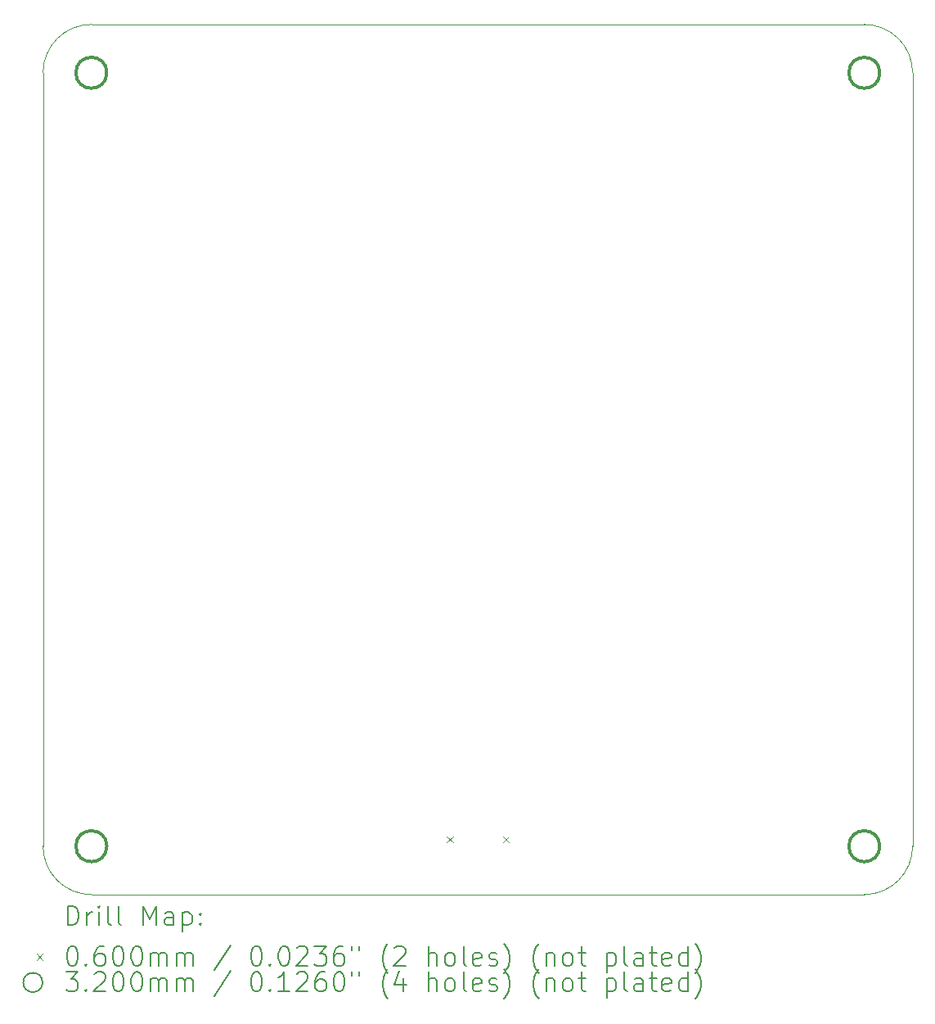
<source format=gbr>
%TF.GenerationSoftware,KiCad,Pcbnew,7.0.9*%
%TF.CreationDate,2023-11-22T04:13:12+01:00*%
%TF.ProjectId,Co2-Sensor,436f322d-5365-46e7-936f-722e6b696361,rev?*%
%TF.SameCoordinates,Original*%
%TF.FileFunction,Drillmap*%
%TF.FilePolarity,Positive*%
%FSLAX45Y45*%
G04 Gerber Fmt 4.5, Leading zero omitted, Abs format (unit mm)*
G04 Created by KiCad (PCBNEW 7.0.9) date 2023-11-22 04:13:12*
%MOMM*%
%LPD*%
G01*
G04 APERTURE LIST*
%ADD10C,0.100000*%
%ADD11C,0.200000*%
%ADD12C,0.320000*%
G04 APERTURE END LIST*
D10*
X15900000Y-4500000D02*
G75*
G03*
X15400000Y-4000000I-500000J0D01*
G01*
X6900000Y-12500000D02*
X6900000Y-4500000D01*
X7400000Y-4000000D02*
G75*
G03*
X6900000Y-4500000I0J-500000D01*
G01*
X15900000Y-4500000D02*
X15900000Y-12500000D01*
X15400000Y-13000000D02*
G75*
G03*
X15900000Y-12500000I0J500000D01*
G01*
X7400000Y-4000000D02*
X15400000Y-4000000D01*
X6900000Y-12500000D02*
G75*
G03*
X7400000Y-13000000I500000J0D01*
G01*
X15400000Y-13000000D02*
X7400000Y-13000000D01*
D11*
D10*
X11081000Y-12400000D02*
X11141000Y-12460000D01*
X11141000Y-12400000D02*
X11081000Y-12460000D01*
X11659000Y-12400000D02*
X11719000Y-12460000D01*
X11719000Y-12400000D02*
X11659000Y-12460000D01*
D12*
X7560000Y-4500000D02*
G75*
G03*
X7560000Y-4500000I-160000J0D01*
G01*
X7560000Y-12500000D02*
G75*
G03*
X7560000Y-12500000I-160000J0D01*
G01*
X15560000Y-4500000D02*
G75*
G03*
X15560000Y-4500000I-160000J0D01*
G01*
X15560000Y-12500000D02*
G75*
G03*
X15560000Y-12500000I-160000J0D01*
G01*
D11*
X7155777Y-13316484D02*
X7155777Y-13116484D01*
X7155777Y-13116484D02*
X7203396Y-13116484D01*
X7203396Y-13116484D02*
X7231967Y-13126008D01*
X7231967Y-13126008D02*
X7251015Y-13145055D01*
X7251015Y-13145055D02*
X7260539Y-13164103D01*
X7260539Y-13164103D02*
X7270062Y-13202198D01*
X7270062Y-13202198D02*
X7270062Y-13230769D01*
X7270062Y-13230769D02*
X7260539Y-13268865D01*
X7260539Y-13268865D02*
X7251015Y-13287912D01*
X7251015Y-13287912D02*
X7231967Y-13306960D01*
X7231967Y-13306960D02*
X7203396Y-13316484D01*
X7203396Y-13316484D02*
X7155777Y-13316484D01*
X7355777Y-13316484D02*
X7355777Y-13183150D01*
X7355777Y-13221246D02*
X7365301Y-13202198D01*
X7365301Y-13202198D02*
X7374824Y-13192674D01*
X7374824Y-13192674D02*
X7393872Y-13183150D01*
X7393872Y-13183150D02*
X7412920Y-13183150D01*
X7479586Y-13316484D02*
X7479586Y-13183150D01*
X7479586Y-13116484D02*
X7470062Y-13126008D01*
X7470062Y-13126008D02*
X7479586Y-13135531D01*
X7479586Y-13135531D02*
X7489110Y-13126008D01*
X7489110Y-13126008D02*
X7479586Y-13116484D01*
X7479586Y-13116484D02*
X7479586Y-13135531D01*
X7603396Y-13316484D02*
X7584348Y-13306960D01*
X7584348Y-13306960D02*
X7574824Y-13287912D01*
X7574824Y-13287912D02*
X7574824Y-13116484D01*
X7708158Y-13316484D02*
X7689110Y-13306960D01*
X7689110Y-13306960D02*
X7679586Y-13287912D01*
X7679586Y-13287912D02*
X7679586Y-13116484D01*
X7936729Y-13316484D02*
X7936729Y-13116484D01*
X7936729Y-13116484D02*
X8003396Y-13259341D01*
X8003396Y-13259341D02*
X8070062Y-13116484D01*
X8070062Y-13116484D02*
X8070062Y-13316484D01*
X8251015Y-13316484D02*
X8251015Y-13211722D01*
X8251015Y-13211722D02*
X8241491Y-13192674D01*
X8241491Y-13192674D02*
X8222443Y-13183150D01*
X8222443Y-13183150D02*
X8184348Y-13183150D01*
X8184348Y-13183150D02*
X8165301Y-13192674D01*
X8251015Y-13306960D02*
X8231967Y-13316484D01*
X8231967Y-13316484D02*
X8184348Y-13316484D01*
X8184348Y-13316484D02*
X8165301Y-13306960D01*
X8165301Y-13306960D02*
X8155777Y-13287912D01*
X8155777Y-13287912D02*
X8155777Y-13268865D01*
X8155777Y-13268865D02*
X8165301Y-13249817D01*
X8165301Y-13249817D02*
X8184348Y-13240293D01*
X8184348Y-13240293D02*
X8231967Y-13240293D01*
X8231967Y-13240293D02*
X8251015Y-13230769D01*
X8346253Y-13183150D02*
X8346253Y-13383150D01*
X8346253Y-13192674D02*
X8365301Y-13183150D01*
X8365301Y-13183150D02*
X8403396Y-13183150D01*
X8403396Y-13183150D02*
X8422444Y-13192674D01*
X8422444Y-13192674D02*
X8431967Y-13202198D01*
X8431967Y-13202198D02*
X8441491Y-13221246D01*
X8441491Y-13221246D02*
X8441491Y-13278388D01*
X8441491Y-13278388D02*
X8431967Y-13297436D01*
X8431967Y-13297436D02*
X8422444Y-13306960D01*
X8422444Y-13306960D02*
X8403396Y-13316484D01*
X8403396Y-13316484D02*
X8365301Y-13316484D01*
X8365301Y-13316484D02*
X8346253Y-13306960D01*
X8527205Y-13297436D02*
X8536729Y-13306960D01*
X8536729Y-13306960D02*
X8527205Y-13316484D01*
X8527205Y-13316484D02*
X8517682Y-13306960D01*
X8517682Y-13306960D02*
X8527205Y-13297436D01*
X8527205Y-13297436D02*
X8527205Y-13316484D01*
X8527205Y-13192674D02*
X8536729Y-13202198D01*
X8536729Y-13202198D02*
X8527205Y-13211722D01*
X8527205Y-13211722D02*
X8517682Y-13202198D01*
X8517682Y-13202198D02*
X8527205Y-13192674D01*
X8527205Y-13192674D02*
X8527205Y-13211722D01*
D10*
X6835000Y-13615000D02*
X6895000Y-13675000D01*
X6895000Y-13615000D02*
X6835000Y-13675000D01*
D11*
X7193872Y-13536484D02*
X7212920Y-13536484D01*
X7212920Y-13536484D02*
X7231967Y-13546008D01*
X7231967Y-13546008D02*
X7241491Y-13555531D01*
X7241491Y-13555531D02*
X7251015Y-13574579D01*
X7251015Y-13574579D02*
X7260539Y-13612674D01*
X7260539Y-13612674D02*
X7260539Y-13660293D01*
X7260539Y-13660293D02*
X7251015Y-13698388D01*
X7251015Y-13698388D02*
X7241491Y-13717436D01*
X7241491Y-13717436D02*
X7231967Y-13726960D01*
X7231967Y-13726960D02*
X7212920Y-13736484D01*
X7212920Y-13736484D02*
X7193872Y-13736484D01*
X7193872Y-13736484D02*
X7174824Y-13726960D01*
X7174824Y-13726960D02*
X7165301Y-13717436D01*
X7165301Y-13717436D02*
X7155777Y-13698388D01*
X7155777Y-13698388D02*
X7146253Y-13660293D01*
X7146253Y-13660293D02*
X7146253Y-13612674D01*
X7146253Y-13612674D02*
X7155777Y-13574579D01*
X7155777Y-13574579D02*
X7165301Y-13555531D01*
X7165301Y-13555531D02*
X7174824Y-13546008D01*
X7174824Y-13546008D02*
X7193872Y-13536484D01*
X7346253Y-13717436D02*
X7355777Y-13726960D01*
X7355777Y-13726960D02*
X7346253Y-13736484D01*
X7346253Y-13736484D02*
X7336729Y-13726960D01*
X7336729Y-13726960D02*
X7346253Y-13717436D01*
X7346253Y-13717436D02*
X7346253Y-13736484D01*
X7527205Y-13536484D02*
X7489110Y-13536484D01*
X7489110Y-13536484D02*
X7470062Y-13546008D01*
X7470062Y-13546008D02*
X7460539Y-13555531D01*
X7460539Y-13555531D02*
X7441491Y-13584103D01*
X7441491Y-13584103D02*
X7431967Y-13622198D01*
X7431967Y-13622198D02*
X7431967Y-13698388D01*
X7431967Y-13698388D02*
X7441491Y-13717436D01*
X7441491Y-13717436D02*
X7451015Y-13726960D01*
X7451015Y-13726960D02*
X7470062Y-13736484D01*
X7470062Y-13736484D02*
X7508158Y-13736484D01*
X7508158Y-13736484D02*
X7527205Y-13726960D01*
X7527205Y-13726960D02*
X7536729Y-13717436D01*
X7536729Y-13717436D02*
X7546253Y-13698388D01*
X7546253Y-13698388D02*
X7546253Y-13650769D01*
X7546253Y-13650769D02*
X7536729Y-13631722D01*
X7536729Y-13631722D02*
X7527205Y-13622198D01*
X7527205Y-13622198D02*
X7508158Y-13612674D01*
X7508158Y-13612674D02*
X7470062Y-13612674D01*
X7470062Y-13612674D02*
X7451015Y-13622198D01*
X7451015Y-13622198D02*
X7441491Y-13631722D01*
X7441491Y-13631722D02*
X7431967Y-13650769D01*
X7670062Y-13536484D02*
X7689110Y-13536484D01*
X7689110Y-13536484D02*
X7708158Y-13546008D01*
X7708158Y-13546008D02*
X7717682Y-13555531D01*
X7717682Y-13555531D02*
X7727205Y-13574579D01*
X7727205Y-13574579D02*
X7736729Y-13612674D01*
X7736729Y-13612674D02*
X7736729Y-13660293D01*
X7736729Y-13660293D02*
X7727205Y-13698388D01*
X7727205Y-13698388D02*
X7717682Y-13717436D01*
X7717682Y-13717436D02*
X7708158Y-13726960D01*
X7708158Y-13726960D02*
X7689110Y-13736484D01*
X7689110Y-13736484D02*
X7670062Y-13736484D01*
X7670062Y-13736484D02*
X7651015Y-13726960D01*
X7651015Y-13726960D02*
X7641491Y-13717436D01*
X7641491Y-13717436D02*
X7631967Y-13698388D01*
X7631967Y-13698388D02*
X7622443Y-13660293D01*
X7622443Y-13660293D02*
X7622443Y-13612674D01*
X7622443Y-13612674D02*
X7631967Y-13574579D01*
X7631967Y-13574579D02*
X7641491Y-13555531D01*
X7641491Y-13555531D02*
X7651015Y-13546008D01*
X7651015Y-13546008D02*
X7670062Y-13536484D01*
X7860539Y-13536484D02*
X7879586Y-13536484D01*
X7879586Y-13536484D02*
X7898634Y-13546008D01*
X7898634Y-13546008D02*
X7908158Y-13555531D01*
X7908158Y-13555531D02*
X7917682Y-13574579D01*
X7917682Y-13574579D02*
X7927205Y-13612674D01*
X7927205Y-13612674D02*
X7927205Y-13660293D01*
X7927205Y-13660293D02*
X7917682Y-13698388D01*
X7917682Y-13698388D02*
X7908158Y-13717436D01*
X7908158Y-13717436D02*
X7898634Y-13726960D01*
X7898634Y-13726960D02*
X7879586Y-13736484D01*
X7879586Y-13736484D02*
X7860539Y-13736484D01*
X7860539Y-13736484D02*
X7841491Y-13726960D01*
X7841491Y-13726960D02*
X7831967Y-13717436D01*
X7831967Y-13717436D02*
X7822443Y-13698388D01*
X7822443Y-13698388D02*
X7812920Y-13660293D01*
X7812920Y-13660293D02*
X7812920Y-13612674D01*
X7812920Y-13612674D02*
X7822443Y-13574579D01*
X7822443Y-13574579D02*
X7831967Y-13555531D01*
X7831967Y-13555531D02*
X7841491Y-13546008D01*
X7841491Y-13546008D02*
X7860539Y-13536484D01*
X8012920Y-13736484D02*
X8012920Y-13603150D01*
X8012920Y-13622198D02*
X8022443Y-13612674D01*
X8022443Y-13612674D02*
X8041491Y-13603150D01*
X8041491Y-13603150D02*
X8070063Y-13603150D01*
X8070063Y-13603150D02*
X8089110Y-13612674D01*
X8089110Y-13612674D02*
X8098634Y-13631722D01*
X8098634Y-13631722D02*
X8098634Y-13736484D01*
X8098634Y-13631722D02*
X8108158Y-13612674D01*
X8108158Y-13612674D02*
X8127205Y-13603150D01*
X8127205Y-13603150D02*
X8155777Y-13603150D01*
X8155777Y-13603150D02*
X8174824Y-13612674D01*
X8174824Y-13612674D02*
X8184348Y-13631722D01*
X8184348Y-13631722D02*
X8184348Y-13736484D01*
X8279586Y-13736484D02*
X8279586Y-13603150D01*
X8279586Y-13622198D02*
X8289110Y-13612674D01*
X8289110Y-13612674D02*
X8308158Y-13603150D01*
X8308158Y-13603150D02*
X8336729Y-13603150D01*
X8336729Y-13603150D02*
X8355777Y-13612674D01*
X8355777Y-13612674D02*
X8365301Y-13631722D01*
X8365301Y-13631722D02*
X8365301Y-13736484D01*
X8365301Y-13631722D02*
X8374824Y-13612674D01*
X8374824Y-13612674D02*
X8393872Y-13603150D01*
X8393872Y-13603150D02*
X8422444Y-13603150D01*
X8422444Y-13603150D02*
X8441491Y-13612674D01*
X8441491Y-13612674D02*
X8451015Y-13631722D01*
X8451015Y-13631722D02*
X8451015Y-13736484D01*
X8841491Y-13526960D02*
X8670063Y-13784103D01*
X9098634Y-13536484D02*
X9117682Y-13536484D01*
X9117682Y-13536484D02*
X9136729Y-13546008D01*
X9136729Y-13546008D02*
X9146253Y-13555531D01*
X9146253Y-13555531D02*
X9155777Y-13574579D01*
X9155777Y-13574579D02*
X9165301Y-13612674D01*
X9165301Y-13612674D02*
X9165301Y-13660293D01*
X9165301Y-13660293D02*
X9155777Y-13698388D01*
X9155777Y-13698388D02*
X9146253Y-13717436D01*
X9146253Y-13717436D02*
X9136729Y-13726960D01*
X9136729Y-13726960D02*
X9117682Y-13736484D01*
X9117682Y-13736484D02*
X9098634Y-13736484D01*
X9098634Y-13736484D02*
X9079587Y-13726960D01*
X9079587Y-13726960D02*
X9070063Y-13717436D01*
X9070063Y-13717436D02*
X9060539Y-13698388D01*
X9060539Y-13698388D02*
X9051015Y-13660293D01*
X9051015Y-13660293D02*
X9051015Y-13612674D01*
X9051015Y-13612674D02*
X9060539Y-13574579D01*
X9060539Y-13574579D02*
X9070063Y-13555531D01*
X9070063Y-13555531D02*
X9079587Y-13546008D01*
X9079587Y-13546008D02*
X9098634Y-13536484D01*
X9251015Y-13717436D02*
X9260539Y-13726960D01*
X9260539Y-13726960D02*
X9251015Y-13736484D01*
X9251015Y-13736484D02*
X9241491Y-13726960D01*
X9241491Y-13726960D02*
X9251015Y-13717436D01*
X9251015Y-13717436D02*
X9251015Y-13736484D01*
X9384348Y-13536484D02*
X9403396Y-13536484D01*
X9403396Y-13536484D02*
X9422444Y-13546008D01*
X9422444Y-13546008D02*
X9431968Y-13555531D01*
X9431968Y-13555531D02*
X9441491Y-13574579D01*
X9441491Y-13574579D02*
X9451015Y-13612674D01*
X9451015Y-13612674D02*
X9451015Y-13660293D01*
X9451015Y-13660293D02*
X9441491Y-13698388D01*
X9441491Y-13698388D02*
X9431968Y-13717436D01*
X9431968Y-13717436D02*
X9422444Y-13726960D01*
X9422444Y-13726960D02*
X9403396Y-13736484D01*
X9403396Y-13736484D02*
X9384348Y-13736484D01*
X9384348Y-13736484D02*
X9365301Y-13726960D01*
X9365301Y-13726960D02*
X9355777Y-13717436D01*
X9355777Y-13717436D02*
X9346253Y-13698388D01*
X9346253Y-13698388D02*
X9336729Y-13660293D01*
X9336729Y-13660293D02*
X9336729Y-13612674D01*
X9336729Y-13612674D02*
X9346253Y-13574579D01*
X9346253Y-13574579D02*
X9355777Y-13555531D01*
X9355777Y-13555531D02*
X9365301Y-13546008D01*
X9365301Y-13546008D02*
X9384348Y-13536484D01*
X9527206Y-13555531D02*
X9536729Y-13546008D01*
X9536729Y-13546008D02*
X9555777Y-13536484D01*
X9555777Y-13536484D02*
X9603396Y-13536484D01*
X9603396Y-13536484D02*
X9622444Y-13546008D01*
X9622444Y-13546008D02*
X9631968Y-13555531D01*
X9631968Y-13555531D02*
X9641491Y-13574579D01*
X9641491Y-13574579D02*
X9641491Y-13593627D01*
X9641491Y-13593627D02*
X9631968Y-13622198D01*
X9631968Y-13622198D02*
X9517682Y-13736484D01*
X9517682Y-13736484D02*
X9641491Y-13736484D01*
X9708158Y-13536484D02*
X9831968Y-13536484D01*
X9831968Y-13536484D02*
X9765301Y-13612674D01*
X9765301Y-13612674D02*
X9793872Y-13612674D01*
X9793872Y-13612674D02*
X9812920Y-13622198D01*
X9812920Y-13622198D02*
X9822444Y-13631722D01*
X9822444Y-13631722D02*
X9831968Y-13650769D01*
X9831968Y-13650769D02*
X9831968Y-13698388D01*
X9831968Y-13698388D02*
X9822444Y-13717436D01*
X9822444Y-13717436D02*
X9812920Y-13726960D01*
X9812920Y-13726960D02*
X9793872Y-13736484D01*
X9793872Y-13736484D02*
X9736729Y-13736484D01*
X9736729Y-13736484D02*
X9717682Y-13726960D01*
X9717682Y-13726960D02*
X9708158Y-13717436D01*
X10003396Y-13536484D02*
X9965301Y-13536484D01*
X9965301Y-13536484D02*
X9946253Y-13546008D01*
X9946253Y-13546008D02*
X9936729Y-13555531D01*
X9936729Y-13555531D02*
X9917682Y-13584103D01*
X9917682Y-13584103D02*
X9908158Y-13622198D01*
X9908158Y-13622198D02*
X9908158Y-13698388D01*
X9908158Y-13698388D02*
X9917682Y-13717436D01*
X9917682Y-13717436D02*
X9927206Y-13726960D01*
X9927206Y-13726960D02*
X9946253Y-13736484D01*
X9946253Y-13736484D02*
X9984349Y-13736484D01*
X9984349Y-13736484D02*
X10003396Y-13726960D01*
X10003396Y-13726960D02*
X10012920Y-13717436D01*
X10012920Y-13717436D02*
X10022444Y-13698388D01*
X10022444Y-13698388D02*
X10022444Y-13650769D01*
X10022444Y-13650769D02*
X10012920Y-13631722D01*
X10012920Y-13631722D02*
X10003396Y-13622198D01*
X10003396Y-13622198D02*
X9984349Y-13612674D01*
X9984349Y-13612674D02*
X9946253Y-13612674D01*
X9946253Y-13612674D02*
X9927206Y-13622198D01*
X9927206Y-13622198D02*
X9917682Y-13631722D01*
X9917682Y-13631722D02*
X9908158Y-13650769D01*
X10098634Y-13536484D02*
X10098634Y-13574579D01*
X10174825Y-13536484D02*
X10174825Y-13574579D01*
X10470063Y-13812674D02*
X10460539Y-13803150D01*
X10460539Y-13803150D02*
X10441491Y-13774579D01*
X10441491Y-13774579D02*
X10431968Y-13755531D01*
X10431968Y-13755531D02*
X10422444Y-13726960D01*
X10422444Y-13726960D02*
X10412920Y-13679341D01*
X10412920Y-13679341D02*
X10412920Y-13641246D01*
X10412920Y-13641246D02*
X10422444Y-13593627D01*
X10422444Y-13593627D02*
X10431968Y-13565055D01*
X10431968Y-13565055D02*
X10441491Y-13546008D01*
X10441491Y-13546008D02*
X10460539Y-13517436D01*
X10460539Y-13517436D02*
X10470063Y-13507912D01*
X10536730Y-13555531D02*
X10546253Y-13546008D01*
X10546253Y-13546008D02*
X10565301Y-13536484D01*
X10565301Y-13536484D02*
X10612920Y-13536484D01*
X10612920Y-13536484D02*
X10631968Y-13546008D01*
X10631968Y-13546008D02*
X10641491Y-13555531D01*
X10641491Y-13555531D02*
X10651015Y-13574579D01*
X10651015Y-13574579D02*
X10651015Y-13593627D01*
X10651015Y-13593627D02*
X10641491Y-13622198D01*
X10641491Y-13622198D02*
X10527206Y-13736484D01*
X10527206Y-13736484D02*
X10651015Y-13736484D01*
X10889111Y-13736484D02*
X10889111Y-13536484D01*
X10974825Y-13736484D02*
X10974825Y-13631722D01*
X10974825Y-13631722D02*
X10965301Y-13612674D01*
X10965301Y-13612674D02*
X10946253Y-13603150D01*
X10946253Y-13603150D02*
X10917682Y-13603150D01*
X10917682Y-13603150D02*
X10898634Y-13612674D01*
X10898634Y-13612674D02*
X10889111Y-13622198D01*
X11098634Y-13736484D02*
X11079587Y-13726960D01*
X11079587Y-13726960D02*
X11070063Y-13717436D01*
X11070063Y-13717436D02*
X11060539Y-13698388D01*
X11060539Y-13698388D02*
X11060539Y-13641246D01*
X11060539Y-13641246D02*
X11070063Y-13622198D01*
X11070063Y-13622198D02*
X11079587Y-13612674D01*
X11079587Y-13612674D02*
X11098634Y-13603150D01*
X11098634Y-13603150D02*
X11127206Y-13603150D01*
X11127206Y-13603150D02*
X11146253Y-13612674D01*
X11146253Y-13612674D02*
X11155777Y-13622198D01*
X11155777Y-13622198D02*
X11165301Y-13641246D01*
X11165301Y-13641246D02*
X11165301Y-13698388D01*
X11165301Y-13698388D02*
X11155777Y-13717436D01*
X11155777Y-13717436D02*
X11146253Y-13726960D01*
X11146253Y-13726960D02*
X11127206Y-13736484D01*
X11127206Y-13736484D02*
X11098634Y-13736484D01*
X11279587Y-13736484D02*
X11260539Y-13726960D01*
X11260539Y-13726960D02*
X11251015Y-13707912D01*
X11251015Y-13707912D02*
X11251015Y-13536484D01*
X11431968Y-13726960D02*
X11412920Y-13736484D01*
X11412920Y-13736484D02*
X11374825Y-13736484D01*
X11374825Y-13736484D02*
X11355777Y-13726960D01*
X11355777Y-13726960D02*
X11346253Y-13707912D01*
X11346253Y-13707912D02*
X11346253Y-13631722D01*
X11346253Y-13631722D02*
X11355777Y-13612674D01*
X11355777Y-13612674D02*
X11374825Y-13603150D01*
X11374825Y-13603150D02*
X11412920Y-13603150D01*
X11412920Y-13603150D02*
X11431968Y-13612674D01*
X11431968Y-13612674D02*
X11441491Y-13631722D01*
X11441491Y-13631722D02*
X11441491Y-13650769D01*
X11441491Y-13650769D02*
X11346253Y-13669817D01*
X11517682Y-13726960D02*
X11536730Y-13736484D01*
X11536730Y-13736484D02*
X11574825Y-13736484D01*
X11574825Y-13736484D02*
X11593872Y-13726960D01*
X11593872Y-13726960D02*
X11603396Y-13707912D01*
X11603396Y-13707912D02*
X11603396Y-13698388D01*
X11603396Y-13698388D02*
X11593872Y-13679341D01*
X11593872Y-13679341D02*
X11574825Y-13669817D01*
X11574825Y-13669817D02*
X11546253Y-13669817D01*
X11546253Y-13669817D02*
X11527206Y-13660293D01*
X11527206Y-13660293D02*
X11517682Y-13641246D01*
X11517682Y-13641246D02*
X11517682Y-13631722D01*
X11517682Y-13631722D02*
X11527206Y-13612674D01*
X11527206Y-13612674D02*
X11546253Y-13603150D01*
X11546253Y-13603150D02*
X11574825Y-13603150D01*
X11574825Y-13603150D02*
X11593872Y-13612674D01*
X11670063Y-13812674D02*
X11679587Y-13803150D01*
X11679587Y-13803150D02*
X11698634Y-13774579D01*
X11698634Y-13774579D02*
X11708158Y-13755531D01*
X11708158Y-13755531D02*
X11717682Y-13726960D01*
X11717682Y-13726960D02*
X11727206Y-13679341D01*
X11727206Y-13679341D02*
X11727206Y-13641246D01*
X11727206Y-13641246D02*
X11717682Y-13593627D01*
X11717682Y-13593627D02*
X11708158Y-13565055D01*
X11708158Y-13565055D02*
X11698634Y-13546008D01*
X11698634Y-13546008D02*
X11679587Y-13517436D01*
X11679587Y-13517436D02*
X11670063Y-13507912D01*
X12031968Y-13812674D02*
X12022444Y-13803150D01*
X12022444Y-13803150D02*
X12003396Y-13774579D01*
X12003396Y-13774579D02*
X11993872Y-13755531D01*
X11993872Y-13755531D02*
X11984349Y-13726960D01*
X11984349Y-13726960D02*
X11974825Y-13679341D01*
X11974825Y-13679341D02*
X11974825Y-13641246D01*
X11974825Y-13641246D02*
X11984349Y-13593627D01*
X11984349Y-13593627D02*
X11993872Y-13565055D01*
X11993872Y-13565055D02*
X12003396Y-13546008D01*
X12003396Y-13546008D02*
X12022444Y-13517436D01*
X12022444Y-13517436D02*
X12031968Y-13507912D01*
X12108158Y-13603150D02*
X12108158Y-13736484D01*
X12108158Y-13622198D02*
X12117682Y-13612674D01*
X12117682Y-13612674D02*
X12136730Y-13603150D01*
X12136730Y-13603150D02*
X12165301Y-13603150D01*
X12165301Y-13603150D02*
X12184349Y-13612674D01*
X12184349Y-13612674D02*
X12193872Y-13631722D01*
X12193872Y-13631722D02*
X12193872Y-13736484D01*
X12317682Y-13736484D02*
X12298634Y-13726960D01*
X12298634Y-13726960D02*
X12289111Y-13717436D01*
X12289111Y-13717436D02*
X12279587Y-13698388D01*
X12279587Y-13698388D02*
X12279587Y-13641246D01*
X12279587Y-13641246D02*
X12289111Y-13622198D01*
X12289111Y-13622198D02*
X12298634Y-13612674D01*
X12298634Y-13612674D02*
X12317682Y-13603150D01*
X12317682Y-13603150D02*
X12346253Y-13603150D01*
X12346253Y-13603150D02*
X12365301Y-13612674D01*
X12365301Y-13612674D02*
X12374825Y-13622198D01*
X12374825Y-13622198D02*
X12384349Y-13641246D01*
X12384349Y-13641246D02*
X12384349Y-13698388D01*
X12384349Y-13698388D02*
X12374825Y-13717436D01*
X12374825Y-13717436D02*
X12365301Y-13726960D01*
X12365301Y-13726960D02*
X12346253Y-13736484D01*
X12346253Y-13736484D02*
X12317682Y-13736484D01*
X12441492Y-13603150D02*
X12517682Y-13603150D01*
X12470063Y-13536484D02*
X12470063Y-13707912D01*
X12470063Y-13707912D02*
X12479587Y-13726960D01*
X12479587Y-13726960D02*
X12498634Y-13736484D01*
X12498634Y-13736484D02*
X12517682Y-13736484D01*
X12736730Y-13603150D02*
X12736730Y-13803150D01*
X12736730Y-13612674D02*
X12755777Y-13603150D01*
X12755777Y-13603150D02*
X12793873Y-13603150D01*
X12793873Y-13603150D02*
X12812920Y-13612674D01*
X12812920Y-13612674D02*
X12822444Y-13622198D01*
X12822444Y-13622198D02*
X12831968Y-13641246D01*
X12831968Y-13641246D02*
X12831968Y-13698388D01*
X12831968Y-13698388D02*
X12822444Y-13717436D01*
X12822444Y-13717436D02*
X12812920Y-13726960D01*
X12812920Y-13726960D02*
X12793873Y-13736484D01*
X12793873Y-13736484D02*
X12755777Y-13736484D01*
X12755777Y-13736484D02*
X12736730Y-13726960D01*
X12946253Y-13736484D02*
X12927206Y-13726960D01*
X12927206Y-13726960D02*
X12917682Y-13707912D01*
X12917682Y-13707912D02*
X12917682Y-13536484D01*
X13108158Y-13736484D02*
X13108158Y-13631722D01*
X13108158Y-13631722D02*
X13098634Y-13612674D01*
X13098634Y-13612674D02*
X13079587Y-13603150D01*
X13079587Y-13603150D02*
X13041492Y-13603150D01*
X13041492Y-13603150D02*
X13022444Y-13612674D01*
X13108158Y-13726960D02*
X13089111Y-13736484D01*
X13089111Y-13736484D02*
X13041492Y-13736484D01*
X13041492Y-13736484D02*
X13022444Y-13726960D01*
X13022444Y-13726960D02*
X13012920Y-13707912D01*
X13012920Y-13707912D02*
X13012920Y-13688865D01*
X13012920Y-13688865D02*
X13022444Y-13669817D01*
X13022444Y-13669817D02*
X13041492Y-13660293D01*
X13041492Y-13660293D02*
X13089111Y-13660293D01*
X13089111Y-13660293D02*
X13108158Y-13650769D01*
X13174825Y-13603150D02*
X13251015Y-13603150D01*
X13203396Y-13536484D02*
X13203396Y-13707912D01*
X13203396Y-13707912D02*
X13212920Y-13726960D01*
X13212920Y-13726960D02*
X13231968Y-13736484D01*
X13231968Y-13736484D02*
X13251015Y-13736484D01*
X13393873Y-13726960D02*
X13374825Y-13736484D01*
X13374825Y-13736484D02*
X13336730Y-13736484D01*
X13336730Y-13736484D02*
X13317682Y-13726960D01*
X13317682Y-13726960D02*
X13308158Y-13707912D01*
X13308158Y-13707912D02*
X13308158Y-13631722D01*
X13308158Y-13631722D02*
X13317682Y-13612674D01*
X13317682Y-13612674D02*
X13336730Y-13603150D01*
X13336730Y-13603150D02*
X13374825Y-13603150D01*
X13374825Y-13603150D02*
X13393873Y-13612674D01*
X13393873Y-13612674D02*
X13403396Y-13631722D01*
X13403396Y-13631722D02*
X13403396Y-13650769D01*
X13403396Y-13650769D02*
X13308158Y-13669817D01*
X13574825Y-13736484D02*
X13574825Y-13536484D01*
X13574825Y-13726960D02*
X13555777Y-13736484D01*
X13555777Y-13736484D02*
X13517682Y-13736484D01*
X13517682Y-13736484D02*
X13498634Y-13726960D01*
X13498634Y-13726960D02*
X13489111Y-13717436D01*
X13489111Y-13717436D02*
X13479587Y-13698388D01*
X13479587Y-13698388D02*
X13479587Y-13641246D01*
X13479587Y-13641246D02*
X13489111Y-13622198D01*
X13489111Y-13622198D02*
X13498634Y-13612674D01*
X13498634Y-13612674D02*
X13517682Y-13603150D01*
X13517682Y-13603150D02*
X13555777Y-13603150D01*
X13555777Y-13603150D02*
X13574825Y-13612674D01*
X13651015Y-13812674D02*
X13660539Y-13803150D01*
X13660539Y-13803150D02*
X13679587Y-13774579D01*
X13679587Y-13774579D02*
X13689111Y-13755531D01*
X13689111Y-13755531D02*
X13698634Y-13726960D01*
X13698634Y-13726960D02*
X13708158Y-13679341D01*
X13708158Y-13679341D02*
X13708158Y-13641246D01*
X13708158Y-13641246D02*
X13698634Y-13593627D01*
X13698634Y-13593627D02*
X13689111Y-13565055D01*
X13689111Y-13565055D02*
X13679587Y-13546008D01*
X13679587Y-13546008D02*
X13660539Y-13517436D01*
X13660539Y-13517436D02*
X13651015Y-13507912D01*
X6895000Y-13909000D02*
G75*
G03*
X6895000Y-13909000I-100000J0D01*
G01*
X7136729Y-13800484D02*
X7260539Y-13800484D01*
X7260539Y-13800484D02*
X7193872Y-13876674D01*
X7193872Y-13876674D02*
X7222443Y-13876674D01*
X7222443Y-13876674D02*
X7241491Y-13886198D01*
X7241491Y-13886198D02*
X7251015Y-13895722D01*
X7251015Y-13895722D02*
X7260539Y-13914769D01*
X7260539Y-13914769D02*
X7260539Y-13962388D01*
X7260539Y-13962388D02*
X7251015Y-13981436D01*
X7251015Y-13981436D02*
X7241491Y-13990960D01*
X7241491Y-13990960D02*
X7222443Y-14000484D01*
X7222443Y-14000484D02*
X7165301Y-14000484D01*
X7165301Y-14000484D02*
X7146253Y-13990960D01*
X7146253Y-13990960D02*
X7136729Y-13981436D01*
X7346253Y-13981436D02*
X7355777Y-13990960D01*
X7355777Y-13990960D02*
X7346253Y-14000484D01*
X7346253Y-14000484D02*
X7336729Y-13990960D01*
X7336729Y-13990960D02*
X7346253Y-13981436D01*
X7346253Y-13981436D02*
X7346253Y-14000484D01*
X7431967Y-13819531D02*
X7441491Y-13810008D01*
X7441491Y-13810008D02*
X7460539Y-13800484D01*
X7460539Y-13800484D02*
X7508158Y-13800484D01*
X7508158Y-13800484D02*
X7527205Y-13810008D01*
X7527205Y-13810008D02*
X7536729Y-13819531D01*
X7536729Y-13819531D02*
X7546253Y-13838579D01*
X7546253Y-13838579D02*
X7546253Y-13857627D01*
X7546253Y-13857627D02*
X7536729Y-13886198D01*
X7536729Y-13886198D02*
X7422443Y-14000484D01*
X7422443Y-14000484D02*
X7546253Y-14000484D01*
X7670062Y-13800484D02*
X7689110Y-13800484D01*
X7689110Y-13800484D02*
X7708158Y-13810008D01*
X7708158Y-13810008D02*
X7717682Y-13819531D01*
X7717682Y-13819531D02*
X7727205Y-13838579D01*
X7727205Y-13838579D02*
X7736729Y-13876674D01*
X7736729Y-13876674D02*
X7736729Y-13924293D01*
X7736729Y-13924293D02*
X7727205Y-13962388D01*
X7727205Y-13962388D02*
X7717682Y-13981436D01*
X7717682Y-13981436D02*
X7708158Y-13990960D01*
X7708158Y-13990960D02*
X7689110Y-14000484D01*
X7689110Y-14000484D02*
X7670062Y-14000484D01*
X7670062Y-14000484D02*
X7651015Y-13990960D01*
X7651015Y-13990960D02*
X7641491Y-13981436D01*
X7641491Y-13981436D02*
X7631967Y-13962388D01*
X7631967Y-13962388D02*
X7622443Y-13924293D01*
X7622443Y-13924293D02*
X7622443Y-13876674D01*
X7622443Y-13876674D02*
X7631967Y-13838579D01*
X7631967Y-13838579D02*
X7641491Y-13819531D01*
X7641491Y-13819531D02*
X7651015Y-13810008D01*
X7651015Y-13810008D02*
X7670062Y-13800484D01*
X7860539Y-13800484D02*
X7879586Y-13800484D01*
X7879586Y-13800484D02*
X7898634Y-13810008D01*
X7898634Y-13810008D02*
X7908158Y-13819531D01*
X7908158Y-13819531D02*
X7917682Y-13838579D01*
X7917682Y-13838579D02*
X7927205Y-13876674D01*
X7927205Y-13876674D02*
X7927205Y-13924293D01*
X7927205Y-13924293D02*
X7917682Y-13962388D01*
X7917682Y-13962388D02*
X7908158Y-13981436D01*
X7908158Y-13981436D02*
X7898634Y-13990960D01*
X7898634Y-13990960D02*
X7879586Y-14000484D01*
X7879586Y-14000484D02*
X7860539Y-14000484D01*
X7860539Y-14000484D02*
X7841491Y-13990960D01*
X7841491Y-13990960D02*
X7831967Y-13981436D01*
X7831967Y-13981436D02*
X7822443Y-13962388D01*
X7822443Y-13962388D02*
X7812920Y-13924293D01*
X7812920Y-13924293D02*
X7812920Y-13876674D01*
X7812920Y-13876674D02*
X7822443Y-13838579D01*
X7822443Y-13838579D02*
X7831967Y-13819531D01*
X7831967Y-13819531D02*
X7841491Y-13810008D01*
X7841491Y-13810008D02*
X7860539Y-13800484D01*
X8012920Y-14000484D02*
X8012920Y-13867150D01*
X8012920Y-13886198D02*
X8022443Y-13876674D01*
X8022443Y-13876674D02*
X8041491Y-13867150D01*
X8041491Y-13867150D02*
X8070063Y-13867150D01*
X8070063Y-13867150D02*
X8089110Y-13876674D01*
X8089110Y-13876674D02*
X8098634Y-13895722D01*
X8098634Y-13895722D02*
X8098634Y-14000484D01*
X8098634Y-13895722D02*
X8108158Y-13876674D01*
X8108158Y-13876674D02*
X8127205Y-13867150D01*
X8127205Y-13867150D02*
X8155777Y-13867150D01*
X8155777Y-13867150D02*
X8174824Y-13876674D01*
X8174824Y-13876674D02*
X8184348Y-13895722D01*
X8184348Y-13895722D02*
X8184348Y-14000484D01*
X8279586Y-14000484D02*
X8279586Y-13867150D01*
X8279586Y-13886198D02*
X8289110Y-13876674D01*
X8289110Y-13876674D02*
X8308158Y-13867150D01*
X8308158Y-13867150D02*
X8336729Y-13867150D01*
X8336729Y-13867150D02*
X8355777Y-13876674D01*
X8355777Y-13876674D02*
X8365301Y-13895722D01*
X8365301Y-13895722D02*
X8365301Y-14000484D01*
X8365301Y-13895722D02*
X8374824Y-13876674D01*
X8374824Y-13876674D02*
X8393872Y-13867150D01*
X8393872Y-13867150D02*
X8422444Y-13867150D01*
X8422444Y-13867150D02*
X8441491Y-13876674D01*
X8441491Y-13876674D02*
X8451015Y-13895722D01*
X8451015Y-13895722D02*
X8451015Y-14000484D01*
X8841491Y-13790960D02*
X8670063Y-14048103D01*
X9098634Y-13800484D02*
X9117682Y-13800484D01*
X9117682Y-13800484D02*
X9136729Y-13810008D01*
X9136729Y-13810008D02*
X9146253Y-13819531D01*
X9146253Y-13819531D02*
X9155777Y-13838579D01*
X9155777Y-13838579D02*
X9165301Y-13876674D01*
X9165301Y-13876674D02*
X9165301Y-13924293D01*
X9165301Y-13924293D02*
X9155777Y-13962388D01*
X9155777Y-13962388D02*
X9146253Y-13981436D01*
X9146253Y-13981436D02*
X9136729Y-13990960D01*
X9136729Y-13990960D02*
X9117682Y-14000484D01*
X9117682Y-14000484D02*
X9098634Y-14000484D01*
X9098634Y-14000484D02*
X9079587Y-13990960D01*
X9079587Y-13990960D02*
X9070063Y-13981436D01*
X9070063Y-13981436D02*
X9060539Y-13962388D01*
X9060539Y-13962388D02*
X9051015Y-13924293D01*
X9051015Y-13924293D02*
X9051015Y-13876674D01*
X9051015Y-13876674D02*
X9060539Y-13838579D01*
X9060539Y-13838579D02*
X9070063Y-13819531D01*
X9070063Y-13819531D02*
X9079587Y-13810008D01*
X9079587Y-13810008D02*
X9098634Y-13800484D01*
X9251015Y-13981436D02*
X9260539Y-13990960D01*
X9260539Y-13990960D02*
X9251015Y-14000484D01*
X9251015Y-14000484D02*
X9241491Y-13990960D01*
X9241491Y-13990960D02*
X9251015Y-13981436D01*
X9251015Y-13981436D02*
X9251015Y-14000484D01*
X9451015Y-14000484D02*
X9336729Y-14000484D01*
X9393872Y-14000484D02*
X9393872Y-13800484D01*
X9393872Y-13800484D02*
X9374825Y-13829055D01*
X9374825Y-13829055D02*
X9355777Y-13848103D01*
X9355777Y-13848103D02*
X9336729Y-13857627D01*
X9527206Y-13819531D02*
X9536729Y-13810008D01*
X9536729Y-13810008D02*
X9555777Y-13800484D01*
X9555777Y-13800484D02*
X9603396Y-13800484D01*
X9603396Y-13800484D02*
X9622444Y-13810008D01*
X9622444Y-13810008D02*
X9631968Y-13819531D01*
X9631968Y-13819531D02*
X9641491Y-13838579D01*
X9641491Y-13838579D02*
X9641491Y-13857627D01*
X9641491Y-13857627D02*
X9631968Y-13886198D01*
X9631968Y-13886198D02*
X9517682Y-14000484D01*
X9517682Y-14000484D02*
X9641491Y-14000484D01*
X9812920Y-13800484D02*
X9774825Y-13800484D01*
X9774825Y-13800484D02*
X9755777Y-13810008D01*
X9755777Y-13810008D02*
X9746253Y-13819531D01*
X9746253Y-13819531D02*
X9727206Y-13848103D01*
X9727206Y-13848103D02*
X9717682Y-13886198D01*
X9717682Y-13886198D02*
X9717682Y-13962388D01*
X9717682Y-13962388D02*
X9727206Y-13981436D01*
X9727206Y-13981436D02*
X9736729Y-13990960D01*
X9736729Y-13990960D02*
X9755777Y-14000484D01*
X9755777Y-14000484D02*
X9793872Y-14000484D01*
X9793872Y-14000484D02*
X9812920Y-13990960D01*
X9812920Y-13990960D02*
X9822444Y-13981436D01*
X9822444Y-13981436D02*
X9831968Y-13962388D01*
X9831968Y-13962388D02*
X9831968Y-13914769D01*
X9831968Y-13914769D02*
X9822444Y-13895722D01*
X9822444Y-13895722D02*
X9812920Y-13886198D01*
X9812920Y-13886198D02*
X9793872Y-13876674D01*
X9793872Y-13876674D02*
X9755777Y-13876674D01*
X9755777Y-13876674D02*
X9736729Y-13886198D01*
X9736729Y-13886198D02*
X9727206Y-13895722D01*
X9727206Y-13895722D02*
X9717682Y-13914769D01*
X9955777Y-13800484D02*
X9974825Y-13800484D01*
X9974825Y-13800484D02*
X9993872Y-13810008D01*
X9993872Y-13810008D02*
X10003396Y-13819531D01*
X10003396Y-13819531D02*
X10012920Y-13838579D01*
X10012920Y-13838579D02*
X10022444Y-13876674D01*
X10022444Y-13876674D02*
X10022444Y-13924293D01*
X10022444Y-13924293D02*
X10012920Y-13962388D01*
X10012920Y-13962388D02*
X10003396Y-13981436D01*
X10003396Y-13981436D02*
X9993872Y-13990960D01*
X9993872Y-13990960D02*
X9974825Y-14000484D01*
X9974825Y-14000484D02*
X9955777Y-14000484D01*
X9955777Y-14000484D02*
X9936729Y-13990960D01*
X9936729Y-13990960D02*
X9927206Y-13981436D01*
X9927206Y-13981436D02*
X9917682Y-13962388D01*
X9917682Y-13962388D02*
X9908158Y-13924293D01*
X9908158Y-13924293D02*
X9908158Y-13876674D01*
X9908158Y-13876674D02*
X9917682Y-13838579D01*
X9917682Y-13838579D02*
X9927206Y-13819531D01*
X9927206Y-13819531D02*
X9936729Y-13810008D01*
X9936729Y-13810008D02*
X9955777Y-13800484D01*
X10098634Y-13800484D02*
X10098634Y-13838579D01*
X10174825Y-13800484D02*
X10174825Y-13838579D01*
X10470063Y-14076674D02*
X10460539Y-14067150D01*
X10460539Y-14067150D02*
X10441491Y-14038579D01*
X10441491Y-14038579D02*
X10431968Y-14019531D01*
X10431968Y-14019531D02*
X10422444Y-13990960D01*
X10422444Y-13990960D02*
X10412920Y-13943341D01*
X10412920Y-13943341D02*
X10412920Y-13905246D01*
X10412920Y-13905246D02*
X10422444Y-13857627D01*
X10422444Y-13857627D02*
X10431968Y-13829055D01*
X10431968Y-13829055D02*
X10441491Y-13810008D01*
X10441491Y-13810008D02*
X10460539Y-13781436D01*
X10460539Y-13781436D02*
X10470063Y-13771912D01*
X10631968Y-13867150D02*
X10631968Y-14000484D01*
X10584349Y-13790960D02*
X10536730Y-13933817D01*
X10536730Y-13933817D02*
X10660539Y-13933817D01*
X10889111Y-14000484D02*
X10889111Y-13800484D01*
X10974825Y-14000484D02*
X10974825Y-13895722D01*
X10974825Y-13895722D02*
X10965301Y-13876674D01*
X10965301Y-13876674D02*
X10946253Y-13867150D01*
X10946253Y-13867150D02*
X10917682Y-13867150D01*
X10917682Y-13867150D02*
X10898634Y-13876674D01*
X10898634Y-13876674D02*
X10889111Y-13886198D01*
X11098634Y-14000484D02*
X11079587Y-13990960D01*
X11079587Y-13990960D02*
X11070063Y-13981436D01*
X11070063Y-13981436D02*
X11060539Y-13962388D01*
X11060539Y-13962388D02*
X11060539Y-13905246D01*
X11060539Y-13905246D02*
X11070063Y-13886198D01*
X11070063Y-13886198D02*
X11079587Y-13876674D01*
X11079587Y-13876674D02*
X11098634Y-13867150D01*
X11098634Y-13867150D02*
X11127206Y-13867150D01*
X11127206Y-13867150D02*
X11146253Y-13876674D01*
X11146253Y-13876674D02*
X11155777Y-13886198D01*
X11155777Y-13886198D02*
X11165301Y-13905246D01*
X11165301Y-13905246D02*
X11165301Y-13962388D01*
X11165301Y-13962388D02*
X11155777Y-13981436D01*
X11155777Y-13981436D02*
X11146253Y-13990960D01*
X11146253Y-13990960D02*
X11127206Y-14000484D01*
X11127206Y-14000484D02*
X11098634Y-14000484D01*
X11279587Y-14000484D02*
X11260539Y-13990960D01*
X11260539Y-13990960D02*
X11251015Y-13971912D01*
X11251015Y-13971912D02*
X11251015Y-13800484D01*
X11431968Y-13990960D02*
X11412920Y-14000484D01*
X11412920Y-14000484D02*
X11374825Y-14000484D01*
X11374825Y-14000484D02*
X11355777Y-13990960D01*
X11355777Y-13990960D02*
X11346253Y-13971912D01*
X11346253Y-13971912D02*
X11346253Y-13895722D01*
X11346253Y-13895722D02*
X11355777Y-13876674D01*
X11355777Y-13876674D02*
X11374825Y-13867150D01*
X11374825Y-13867150D02*
X11412920Y-13867150D01*
X11412920Y-13867150D02*
X11431968Y-13876674D01*
X11431968Y-13876674D02*
X11441491Y-13895722D01*
X11441491Y-13895722D02*
X11441491Y-13914769D01*
X11441491Y-13914769D02*
X11346253Y-13933817D01*
X11517682Y-13990960D02*
X11536730Y-14000484D01*
X11536730Y-14000484D02*
X11574825Y-14000484D01*
X11574825Y-14000484D02*
X11593872Y-13990960D01*
X11593872Y-13990960D02*
X11603396Y-13971912D01*
X11603396Y-13971912D02*
X11603396Y-13962388D01*
X11603396Y-13962388D02*
X11593872Y-13943341D01*
X11593872Y-13943341D02*
X11574825Y-13933817D01*
X11574825Y-13933817D02*
X11546253Y-13933817D01*
X11546253Y-13933817D02*
X11527206Y-13924293D01*
X11527206Y-13924293D02*
X11517682Y-13905246D01*
X11517682Y-13905246D02*
X11517682Y-13895722D01*
X11517682Y-13895722D02*
X11527206Y-13876674D01*
X11527206Y-13876674D02*
X11546253Y-13867150D01*
X11546253Y-13867150D02*
X11574825Y-13867150D01*
X11574825Y-13867150D02*
X11593872Y-13876674D01*
X11670063Y-14076674D02*
X11679587Y-14067150D01*
X11679587Y-14067150D02*
X11698634Y-14038579D01*
X11698634Y-14038579D02*
X11708158Y-14019531D01*
X11708158Y-14019531D02*
X11717682Y-13990960D01*
X11717682Y-13990960D02*
X11727206Y-13943341D01*
X11727206Y-13943341D02*
X11727206Y-13905246D01*
X11727206Y-13905246D02*
X11717682Y-13857627D01*
X11717682Y-13857627D02*
X11708158Y-13829055D01*
X11708158Y-13829055D02*
X11698634Y-13810008D01*
X11698634Y-13810008D02*
X11679587Y-13781436D01*
X11679587Y-13781436D02*
X11670063Y-13771912D01*
X12031968Y-14076674D02*
X12022444Y-14067150D01*
X12022444Y-14067150D02*
X12003396Y-14038579D01*
X12003396Y-14038579D02*
X11993872Y-14019531D01*
X11993872Y-14019531D02*
X11984349Y-13990960D01*
X11984349Y-13990960D02*
X11974825Y-13943341D01*
X11974825Y-13943341D02*
X11974825Y-13905246D01*
X11974825Y-13905246D02*
X11984349Y-13857627D01*
X11984349Y-13857627D02*
X11993872Y-13829055D01*
X11993872Y-13829055D02*
X12003396Y-13810008D01*
X12003396Y-13810008D02*
X12022444Y-13781436D01*
X12022444Y-13781436D02*
X12031968Y-13771912D01*
X12108158Y-13867150D02*
X12108158Y-14000484D01*
X12108158Y-13886198D02*
X12117682Y-13876674D01*
X12117682Y-13876674D02*
X12136730Y-13867150D01*
X12136730Y-13867150D02*
X12165301Y-13867150D01*
X12165301Y-13867150D02*
X12184349Y-13876674D01*
X12184349Y-13876674D02*
X12193872Y-13895722D01*
X12193872Y-13895722D02*
X12193872Y-14000484D01*
X12317682Y-14000484D02*
X12298634Y-13990960D01*
X12298634Y-13990960D02*
X12289111Y-13981436D01*
X12289111Y-13981436D02*
X12279587Y-13962388D01*
X12279587Y-13962388D02*
X12279587Y-13905246D01*
X12279587Y-13905246D02*
X12289111Y-13886198D01*
X12289111Y-13886198D02*
X12298634Y-13876674D01*
X12298634Y-13876674D02*
X12317682Y-13867150D01*
X12317682Y-13867150D02*
X12346253Y-13867150D01*
X12346253Y-13867150D02*
X12365301Y-13876674D01*
X12365301Y-13876674D02*
X12374825Y-13886198D01*
X12374825Y-13886198D02*
X12384349Y-13905246D01*
X12384349Y-13905246D02*
X12384349Y-13962388D01*
X12384349Y-13962388D02*
X12374825Y-13981436D01*
X12374825Y-13981436D02*
X12365301Y-13990960D01*
X12365301Y-13990960D02*
X12346253Y-14000484D01*
X12346253Y-14000484D02*
X12317682Y-14000484D01*
X12441492Y-13867150D02*
X12517682Y-13867150D01*
X12470063Y-13800484D02*
X12470063Y-13971912D01*
X12470063Y-13971912D02*
X12479587Y-13990960D01*
X12479587Y-13990960D02*
X12498634Y-14000484D01*
X12498634Y-14000484D02*
X12517682Y-14000484D01*
X12736730Y-13867150D02*
X12736730Y-14067150D01*
X12736730Y-13876674D02*
X12755777Y-13867150D01*
X12755777Y-13867150D02*
X12793873Y-13867150D01*
X12793873Y-13867150D02*
X12812920Y-13876674D01*
X12812920Y-13876674D02*
X12822444Y-13886198D01*
X12822444Y-13886198D02*
X12831968Y-13905246D01*
X12831968Y-13905246D02*
X12831968Y-13962388D01*
X12831968Y-13962388D02*
X12822444Y-13981436D01*
X12822444Y-13981436D02*
X12812920Y-13990960D01*
X12812920Y-13990960D02*
X12793873Y-14000484D01*
X12793873Y-14000484D02*
X12755777Y-14000484D01*
X12755777Y-14000484D02*
X12736730Y-13990960D01*
X12946253Y-14000484D02*
X12927206Y-13990960D01*
X12927206Y-13990960D02*
X12917682Y-13971912D01*
X12917682Y-13971912D02*
X12917682Y-13800484D01*
X13108158Y-14000484D02*
X13108158Y-13895722D01*
X13108158Y-13895722D02*
X13098634Y-13876674D01*
X13098634Y-13876674D02*
X13079587Y-13867150D01*
X13079587Y-13867150D02*
X13041492Y-13867150D01*
X13041492Y-13867150D02*
X13022444Y-13876674D01*
X13108158Y-13990960D02*
X13089111Y-14000484D01*
X13089111Y-14000484D02*
X13041492Y-14000484D01*
X13041492Y-14000484D02*
X13022444Y-13990960D01*
X13022444Y-13990960D02*
X13012920Y-13971912D01*
X13012920Y-13971912D02*
X13012920Y-13952865D01*
X13012920Y-13952865D02*
X13022444Y-13933817D01*
X13022444Y-13933817D02*
X13041492Y-13924293D01*
X13041492Y-13924293D02*
X13089111Y-13924293D01*
X13089111Y-13924293D02*
X13108158Y-13914769D01*
X13174825Y-13867150D02*
X13251015Y-13867150D01*
X13203396Y-13800484D02*
X13203396Y-13971912D01*
X13203396Y-13971912D02*
X13212920Y-13990960D01*
X13212920Y-13990960D02*
X13231968Y-14000484D01*
X13231968Y-14000484D02*
X13251015Y-14000484D01*
X13393873Y-13990960D02*
X13374825Y-14000484D01*
X13374825Y-14000484D02*
X13336730Y-14000484D01*
X13336730Y-14000484D02*
X13317682Y-13990960D01*
X13317682Y-13990960D02*
X13308158Y-13971912D01*
X13308158Y-13971912D02*
X13308158Y-13895722D01*
X13308158Y-13895722D02*
X13317682Y-13876674D01*
X13317682Y-13876674D02*
X13336730Y-13867150D01*
X13336730Y-13867150D02*
X13374825Y-13867150D01*
X13374825Y-13867150D02*
X13393873Y-13876674D01*
X13393873Y-13876674D02*
X13403396Y-13895722D01*
X13403396Y-13895722D02*
X13403396Y-13914769D01*
X13403396Y-13914769D02*
X13308158Y-13933817D01*
X13574825Y-14000484D02*
X13574825Y-13800484D01*
X13574825Y-13990960D02*
X13555777Y-14000484D01*
X13555777Y-14000484D02*
X13517682Y-14000484D01*
X13517682Y-14000484D02*
X13498634Y-13990960D01*
X13498634Y-13990960D02*
X13489111Y-13981436D01*
X13489111Y-13981436D02*
X13479587Y-13962388D01*
X13479587Y-13962388D02*
X13479587Y-13905246D01*
X13479587Y-13905246D02*
X13489111Y-13886198D01*
X13489111Y-13886198D02*
X13498634Y-13876674D01*
X13498634Y-13876674D02*
X13517682Y-13867150D01*
X13517682Y-13867150D02*
X13555777Y-13867150D01*
X13555777Y-13867150D02*
X13574825Y-13876674D01*
X13651015Y-14076674D02*
X13660539Y-14067150D01*
X13660539Y-14067150D02*
X13679587Y-14038579D01*
X13679587Y-14038579D02*
X13689111Y-14019531D01*
X13689111Y-14019531D02*
X13698634Y-13990960D01*
X13698634Y-13990960D02*
X13708158Y-13943341D01*
X13708158Y-13943341D02*
X13708158Y-13905246D01*
X13708158Y-13905246D02*
X13698634Y-13857627D01*
X13698634Y-13857627D02*
X13689111Y-13829055D01*
X13689111Y-13829055D02*
X13679587Y-13810008D01*
X13679587Y-13810008D02*
X13660539Y-13781436D01*
X13660539Y-13781436D02*
X13651015Y-13771912D01*
M02*

</source>
